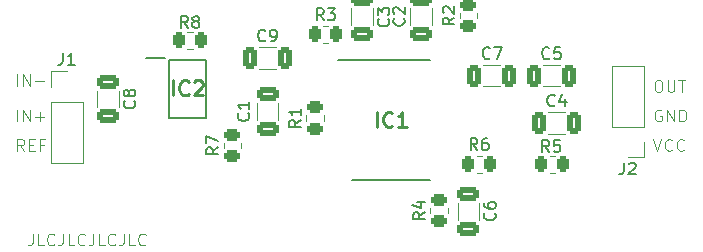
<source format=gbr>
%TF.GenerationSoftware,KiCad,Pcbnew,8.0.2*%
%TF.CreationDate,2024-07-10T18:46:51-04:00*%
%TF.ProjectId,EMGs,454d4773-2e6b-4696-9361-645f70636258,rev?*%
%TF.SameCoordinates,Original*%
%TF.FileFunction,Legend,Top*%
%TF.FilePolarity,Positive*%
%FSLAX46Y46*%
G04 Gerber Fmt 4.6, Leading zero omitted, Abs format (unit mm)*
G04 Created by KiCad (PCBNEW 8.0.2) date 2024-07-10 18:46:51*
%MOMM*%
%LPD*%
G01*
G04 APERTURE LIST*
G04 Aperture macros list*
%AMRoundRect*
0 Rectangle with rounded corners*
0 $1 Rounding radius*
0 $2 $3 $4 $5 $6 $7 $8 $9 X,Y pos of 4 corners*
0 Add a 4 corners polygon primitive as box body*
4,1,4,$2,$3,$4,$5,$6,$7,$8,$9,$2,$3,0*
0 Add four circle primitives for the rounded corners*
1,1,$1+$1,$2,$3*
1,1,$1+$1,$4,$5*
1,1,$1+$1,$6,$7*
1,1,$1+$1,$8,$9*
0 Add four rect primitives between the rounded corners*
20,1,$1+$1,$2,$3,$4,$5,0*
20,1,$1+$1,$4,$5,$6,$7,0*
20,1,$1+$1,$6,$7,$8,$9,0*
20,1,$1+$1,$8,$9,$2,$3,0*%
G04 Aperture macros list end*
%ADD10C,0.100000*%
%ADD11C,0.254000*%
%ADD12C,0.150000*%
%ADD13C,0.200000*%
%ADD14C,0.120000*%
%ADD15R,1.130000X1.130000*%
%ADD16C,1.130000*%
%ADD17RoundRect,0.250000X-0.325000X-0.650000X0.325000X-0.650000X0.325000X0.650000X-0.325000X0.650000X0*%
%ADD18RoundRect,0.250000X-0.650000X0.325000X-0.650000X-0.325000X0.650000X-0.325000X0.650000X0.325000X0*%
%ADD19RoundRect,0.250000X0.450000X-0.262500X0.450000X0.262500X-0.450000X0.262500X-0.450000X-0.262500X0*%
%ADD20RoundRect,0.250000X0.650000X-0.325000X0.650000X0.325000X-0.650000X0.325000X-0.650000X-0.325000X0*%
%ADD21RoundRect,0.250000X0.262500X0.450000X-0.262500X0.450000X-0.262500X-0.450000X0.262500X-0.450000X0*%
%ADD22R,1.700000X1.700000*%
%ADD23O,1.700000X1.700000*%
%ADD24RoundRect,0.250000X-0.262500X-0.450000X0.262500X-0.450000X0.262500X0.450000X-0.262500X0.450000X0*%
%ADD25R,1.528000X0.650000*%
G04 APERTURE END LIST*
D10*
X177661027Y-96872419D02*
X177994360Y-97872419D01*
X177994360Y-97872419D02*
X178327693Y-96872419D01*
X179232455Y-97777180D02*
X179184836Y-97824800D01*
X179184836Y-97824800D02*
X179041979Y-97872419D01*
X179041979Y-97872419D02*
X178946741Y-97872419D01*
X178946741Y-97872419D02*
X178803884Y-97824800D01*
X178803884Y-97824800D02*
X178708646Y-97729561D01*
X178708646Y-97729561D02*
X178661027Y-97634323D01*
X178661027Y-97634323D02*
X178613408Y-97443847D01*
X178613408Y-97443847D02*
X178613408Y-97300990D01*
X178613408Y-97300990D02*
X178661027Y-97110514D01*
X178661027Y-97110514D02*
X178708646Y-97015276D01*
X178708646Y-97015276D02*
X178803884Y-96920038D01*
X178803884Y-96920038D02*
X178946741Y-96872419D01*
X178946741Y-96872419D02*
X179041979Y-96872419D01*
X179041979Y-96872419D02*
X179184836Y-96920038D01*
X179184836Y-96920038D02*
X179232455Y-96967657D01*
X180232455Y-97777180D02*
X180184836Y-97824800D01*
X180184836Y-97824800D02*
X180041979Y-97872419D01*
X180041979Y-97872419D02*
X179946741Y-97872419D01*
X179946741Y-97872419D02*
X179803884Y-97824800D01*
X179803884Y-97824800D02*
X179708646Y-97729561D01*
X179708646Y-97729561D02*
X179661027Y-97634323D01*
X179661027Y-97634323D02*
X179613408Y-97443847D01*
X179613408Y-97443847D02*
X179613408Y-97300990D01*
X179613408Y-97300990D02*
X179661027Y-97110514D01*
X179661027Y-97110514D02*
X179708646Y-97015276D01*
X179708646Y-97015276D02*
X179803884Y-96920038D01*
X179803884Y-96920038D02*
X179946741Y-96872419D01*
X179946741Y-96872419D02*
X180041979Y-96872419D01*
X180041979Y-96872419D02*
X180184836Y-96920038D01*
X180184836Y-96920038D02*
X180232455Y-96967657D01*
X177994360Y-91872419D02*
X178184836Y-91872419D01*
X178184836Y-91872419D02*
X178280074Y-91920038D01*
X178280074Y-91920038D02*
X178375312Y-92015276D01*
X178375312Y-92015276D02*
X178422931Y-92205752D01*
X178422931Y-92205752D02*
X178422931Y-92539085D01*
X178422931Y-92539085D02*
X178375312Y-92729561D01*
X178375312Y-92729561D02*
X178280074Y-92824800D01*
X178280074Y-92824800D02*
X178184836Y-92872419D01*
X178184836Y-92872419D02*
X177994360Y-92872419D01*
X177994360Y-92872419D02*
X177899122Y-92824800D01*
X177899122Y-92824800D02*
X177803884Y-92729561D01*
X177803884Y-92729561D02*
X177756265Y-92539085D01*
X177756265Y-92539085D02*
X177756265Y-92205752D01*
X177756265Y-92205752D02*
X177803884Y-92015276D01*
X177803884Y-92015276D02*
X177899122Y-91920038D01*
X177899122Y-91920038D02*
X177994360Y-91872419D01*
X178851503Y-91872419D02*
X178851503Y-92681942D01*
X178851503Y-92681942D02*
X178899122Y-92777180D01*
X178899122Y-92777180D02*
X178946741Y-92824800D01*
X178946741Y-92824800D02*
X179041979Y-92872419D01*
X179041979Y-92872419D02*
X179232455Y-92872419D01*
X179232455Y-92872419D02*
X179327693Y-92824800D01*
X179327693Y-92824800D02*
X179375312Y-92777180D01*
X179375312Y-92777180D02*
X179422931Y-92681942D01*
X179422931Y-92681942D02*
X179422931Y-91872419D01*
X179756265Y-91872419D02*
X180327693Y-91872419D01*
X180041979Y-92872419D02*
X180041979Y-91872419D01*
X125089598Y-104872419D02*
X125089598Y-105586704D01*
X125089598Y-105586704D02*
X125041979Y-105729561D01*
X125041979Y-105729561D02*
X124946741Y-105824800D01*
X124946741Y-105824800D02*
X124803884Y-105872419D01*
X124803884Y-105872419D02*
X124708646Y-105872419D01*
X126041979Y-105872419D02*
X125565789Y-105872419D01*
X125565789Y-105872419D02*
X125565789Y-104872419D01*
X126946741Y-105777180D02*
X126899122Y-105824800D01*
X126899122Y-105824800D02*
X126756265Y-105872419D01*
X126756265Y-105872419D02*
X126661027Y-105872419D01*
X126661027Y-105872419D02*
X126518170Y-105824800D01*
X126518170Y-105824800D02*
X126422932Y-105729561D01*
X126422932Y-105729561D02*
X126375313Y-105634323D01*
X126375313Y-105634323D02*
X126327694Y-105443847D01*
X126327694Y-105443847D02*
X126327694Y-105300990D01*
X126327694Y-105300990D02*
X126375313Y-105110514D01*
X126375313Y-105110514D02*
X126422932Y-105015276D01*
X126422932Y-105015276D02*
X126518170Y-104920038D01*
X126518170Y-104920038D02*
X126661027Y-104872419D01*
X126661027Y-104872419D02*
X126756265Y-104872419D01*
X126756265Y-104872419D02*
X126899122Y-104920038D01*
X126899122Y-104920038D02*
X126946741Y-104967657D01*
X127661027Y-104872419D02*
X127661027Y-105586704D01*
X127661027Y-105586704D02*
X127613408Y-105729561D01*
X127613408Y-105729561D02*
X127518170Y-105824800D01*
X127518170Y-105824800D02*
X127375313Y-105872419D01*
X127375313Y-105872419D02*
X127280075Y-105872419D01*
X128613408Y-105872419D02*
X128137218Y-105872419D01*
X128137218Y-105872419D02*
X128137218Y-104872419D01*
X129518170Y-105777180D02*
X129470551Y-105824800D01*
X129470551Y-105824800D02*
X129327694Y-105872419D01*
X129327694Y-105872419D02*
X129232456Y-105872419D01*
X129232456Y-105872419D02*
X129089599Y-105824800D01*
X129089599Y-105824800D02*
X128994361Y-105729561D01*
X128994361Y-105729561D02*
X128946742Y-105634323D01*
X128946742Y-105634323D02*
X128899123Y-105443847D01*
X128899123Y-105443847D02*
X128899123Y-105300990D01*
X128899123Y-105300990D02*
X128946742Y-105110514D01*
X128946742Y-105110514D02*
X128994361Y-105015276D01*
X128994361Y-105015276D02*
X129089599Y-104920038D01*
X129089599Y-104920038D02*
X129232456Y-104872419D01*
X129232456Y-104872419D02*
X129327694Y-104872419D01*
X129327694Y-104872419D02*
X129470551Y-104920038D01*
X129470551Y-104920038D02*
X129518170Y-104967657D01*
X130232456Y-104872419D02*
X130232456Y-105586704D01*
X130232456Y-105586704D02*
X130184837Y-105729561D01*
X130184837Y-105729561D02*
X130089599Y-105824800D01*
X130089599Y-105824800D02*
X129946742Y-105872419D01*
X129946742Y-105872419D02*
X129851504Y-105872419D01*
X131184837Y-105872419D02*
X130708647Y-105872419D01*
X130708647Y-105872419D02*
X130708647Y-104872419D01*
X132089599Y-105777180D02*
X132041980Y-105824800D01*
X132041980Y-105824800D02*
X131899123Y-105872419D01*
X131899123Y-105872419D02*
X131803885Y-105872419D01*
X131803885Y-105872419D02*
X131661028Y-105824800D01*
X131661028Y-105824800D02*
X131565790Y-105729561D01*
X131565790Y-105729561D02*
X131518171Y-105634323D01*
X131518171Y-105634323D02*
X131470552Y-105443847D01*
X131470552Y-105443847D02*
X131470552Y-105300990D01*
X131470552Y-105300990D02*
X131518171Y-105110514D01*
X131518171Y-105110514D02*
X131565790Y-105015276D01*
X131565790Y-105015276D02*
X131661028Y-104920038D01*
X131661028Y-104920038D02*
X131803885Y-104872419D01*
X131803885Y-104872419D02*
X131899123Y-104872419D01*
X131899123Y-104872419D02*
X132041980Y-104920038D01*
X132041980Y-104920038D02*
X132089599Y-104967657D01*
X132803885Y-104872419D02*
X132803885Y-105586704D01*
X132803885Y-105586704D02*
X132756266Y-105729561D01*
X132756266Y-105729561D02*
X132661028Y-105824800D01*
X132661028Y-105824800D02*
X132518171Y-105872419D01*
X132518171Y-105872419D02*
X132422933Y-105872419D01*
X133756266Y-105872419D02*
X133280076Y-105872419D01*
X133280076Y-105872419D02*
X133280076Y-104872419D01*
X134661028Y-105777180D02*
X134613409Y-105824800D01*
X134613409Y-105824800D02*
X134470552Y-105872419D01*
X134470552Y-105872419D02*
X134375314Y-105872419D01*
X134375314Y-105872419D02*
X134232457Y-105824800D01*
X134232457Y-105824800D02*
X134137219Y-105729561D01*
X134137219Y-105729561D02*
X134089600Y-105634323D01*
X134089600Y-105634323D02*
X134041981Y-105443847D01*
X134041981Y-105443847D02*
X134041981Y-105300990D01*
X134041981Y-105300990D02*
X134089600Y-105110514D01*
X134089600Y-105110514D02*
X134137219Y-105015276D01*
X134137219Y-105015276D02*
X134232457Y-104920038D01*
X134232457Y-104920038D02*
X134375314Y-104872419D01*
X134375314Y-104872419D02*
X134470552Y-104872419D01*
X134470552Y-104872419D02*
X134613409Y-104920038D01*
X134613409Y-104920038D02*
X134661028Y-104967657D01*
X123803884Y-92372419D02*
X123803884Y-91372419D01*
X124280074Y-92372419D02*
X124280074Y-91372419D01*
X124280074Y-91372419D02*
X124851502Y-92372419D01*
X124851502Y-92372419D02*
X124851502Y-91372419D01*
X125327693Y-91991466D02*
X126089598Y-91991466D01*
X123803884Y-95372419D02*
X123803884Y-94372419D01*
X124280074Y-95372419D02*
X124280074Y-94372419D01*
X124280074Y-94372419D02*
X124851502Y-95372419D01*
X124851502Y-95372419D02*
X124851502Y-94372419D01*
X125327693Y-94991466D02*
X126089598Y-94991466D01*
X125708645Y-95372419D02*
X125708645Y-94610514D01*
X124375312Y-97872419D02*
X124041979Y-97396228D01*
X123803884Y-97872419D02*
X123803884Y-96872419D01*
X123803884Y-96872419D02*
X124184836Y-96872419D01*
X124184836Y-96872419D02*
X124280074Y-96920038D01*
X124280074Y-96920038D02*
X124327693Y-96967657D01*
X124327693Y-96967657D02*
X124375312Y-97062895D01*
X124375312Y-97062895D02*
X124375312Y-97205752D01*
X124375312Y-97205752D02*
X124327693Y-97300990D01*
X124327693Y-97300990D02*
X124280074Y-97348609D01*
X124280074Y-97348609D02*
X124184836Y-97396228D01*
X124184836Y-97396228D02*
X123803884Y-97396228D01*
X124803884Y-97348609D02*
X125137217Y-97348609D01*
X125280074Y-97872419D02*
X124803884Y-97872419D01*
X124803884Y-97872419D02*
X124803884Y-96872419D01*
X124803884Y-96872419D02*
X125280074Y-96872419D01*
X126041979Y-97348609D02*
X125708646Y-97348609D01*
X125708646Y-97872419D02*
X125708646Y-96872419D01*
X125708646Y-96872419D02*
X126184836Y-96872419D01*
X178327693Y-94420038D02*
X178232455Y-94372419D01*
X178232455Y-94372419D02*
X178089598Y-94372419D01*
X178089598Y-94372419D02*
X177946741Y-94420038D01*
X177946741Y-94420038D02*
X177851503Y-94515276D01*
X177851503Y-94515276D02*
X177803884Y-94610514D01*
X177803884Y-94610514D02*
X177756265Y-94800990D01*
X177756265Y-94800990D02*
X177756265Y-94943847D01*
X177756265Y-94943847D02*
X177803884Y-95134323D01*
X177803884Y-95134323D02*
X177851503Y-95229561D01*
X177851503Y-95229561D02*
X177946741Y-95324800D01*
X177946741Y-95324800D02*
X178089598Y-95372419D01*
X178089598Y-95372419D02*
X178184836Y-95372419D01*
X178184836Y-95372419D02*
X178327693Y-95324800D01*
X178327693Y-95324800D02*
X178375312Y-95277180D01*
X178375312Y-95277180D02*
X178375312Y-94943847D01*
X178375312Y-94943847D02*
X178184836Y-94943847D01*
X178803884Y-95372419D02*
X178803884Y-94372419D01*
X178803884Y-94372419D02*
X179375312Y-95372419D01*
X179375312Y-95372419D02*
X179375312Y-94372419D01*
X179851503Y-95372419D02*
X179851503Y-94372419D01*
X179851503Y-94372419D02*
X180089598Y-94372419D01*
X180089598Y-94372419D02*
X180232455Y-94420038D01*
X180232455Y-94420038D02*
X180327693Y-94515276D01*
X180327693Y-94515276D02*
X180375312Y-94610514D01*
X180375312Y-94610514D02*
X180422931Y-94800990D01*
X180422931Y-94800990D02*
X180422931Y-94943847D01*
X180422931Y-94943847D02*
X180375312Y-95134323D01*
X180375312Y-95134323D02*
X180327693Y-95229561D01*
X180327693Y-95229561D02*
X180232455Y-95324800D01*
X180232455Y-95324800D02*
X180089598Y-95372419D01*
X180089598Y-95372419D02*
X179851503Y-95372419D01*
D11*
X154230237Y-95844318D02*
X154230237Y-94574318D01*
X155560714Y-95723365D02*
X155500238Y-95783842D01*
X155500238Y-95783842D02*
X155318809Y-95844318D01*
X155318809Y-95844318D02*
X155197857Y-95844318D01*
X155197857Y-95844318D02*
X155016428Y-95783842D01*
X155016428Y-95783842D02*
X154895476Y-95662889D01*
X154895476Y-95662889D02*
X154834999Y-95541937D01*
X154834999Y-95541937D02*
X154774523Y-95300032D01*
X154774523Y-95300032D02*
X154774523Y-95118603D01*
X154774523Y-95118603D02*
X154834999Y-94876699D01*
X154834999Y-94876699D02*
X154895476Y-94755746D01*
X154895476Y-94755746D02*
X155016428Y-94634794D01*
X155016428Y-94634794D02*
X155197857Y-94574318D01*
X155197857Y-94574318D02*
X155318809Y-94574318D01*
X155318809Y-94574318D02*
X155500238Y-94634794D01*
X155500238Y-94634794D02*
X155560714Y-94695270D01*
X156770238Y-95844318D02*
X156044523Y-95844318D01*
X156407380Y-95844318D02*
X156407380Y-94574318D01*
X156407380Y-94574318D02*
X156286428Y-94755746D01*
X156286428Y-94755746D02*
X156165476Y-94876699D01*
X156165476Y-94876699D02*
X156044523Y-94937175D01*
D12*
X168858333Y-90009580D02*
X168810714Y-90057200D01*
X168810714Y-90057200D02*
X168667857Y-90104819D01*
X168667857Y-90104819D02*
X168572619Y-90104819D01*
X168572619Y-90104819D02*
X168429762Y-90057200D01*
X168429762Y-90057200D02*
X168334524Y-89961961D01*
X168334524Y-89961961D02*
X168286905Y-89866723D01*
X168286905Y-89866723D02*
X168239286Y-89676247D01*
X168239286Y-89676247D02*
X168239286Y-89533390D01*
X168239286Y-89533390D02*
X168286905Y-89342914D01*
X168286905Y-89342914D02*
X168334524Y-89247676D01*
X168334524Y-89247676D02*
X168429762Y-89152438D01*
X168429762Y-89152438D02*
X168572619Y-89104819D01*
X168572619Y-89104819D02*
X168667857Y-89104819D01*
X168667857Y-89104819D02*
X168810714Y-89152438D01*
X168810714Y-89152438D02*
X168858333Y-89200057D01*
X169763095Y-89104819D02*
X169286905Y-89104819D01*
X169286905Y-89104819D02*
X169239286Y-89581009D01*
X169239286Y-89581009D02*
X169286905Y-89533390D01*
X169286905Y-89533390D02*
X169382143Y-89485771D01*
X169382143Y-89485771D02*
X169620238Y-89485771D01*
X169620238Y-89485771D02*
X169715476Y-89533390D01*
X169715476Y-89533390D02*
X169763095Y-89581009D01*
X169763095Y-89581009D02*
X169810714Y-89676247D01*
X169810714Y-89676247D02*
X169810714Y-89914342D01*
X169810714Y-89914342D02*
X169763095Y-90009580D01*
X169763095Y-90009580D02*
X169715476Y-90057200D01*
X169715476Y-90057200D02*
X169620238Y-90104819D01*
X169620238Y-90104819D02*
X169382143Y-90104819D01*
X169382143Y-90104819D02*
X169286905Y-90057200D01*
X169286905Y-90057200D02*
X169239286Y-90009580D01*
X163808333Y-90009580D02*
X163760714Y-90057200D01*
X163760714Y-90057200D02*
X163617857Y-90104819D01*
X163617857Y-90104819D02*
X163522619Y-90104819D01*
X163522619Y-90104819D02*
X163379762Y-90057200D01*
X163379762Y-90057200D02*
X163284524Y-89961961D01*
X163284524Y-89961961D02*
X163236905Y-89866723D01*
X163236905Y-89866723D02*
X163189286Y-89676247D01*
X163189286Y-89676247D02*
X163189286Y-89533390D01*
X163189286Y-89533390D02*
X163236905Y-89342914D01*
X163236905Y-89342914D02*
X163284524Y-89247676D01*
X163284524Y-89247676D02*
X163379762Y-89152438D01*
X163379762Y-89152438D02*
X163522619Y-89104819D01*
X163522619Y-89104819D02*
X163617857Y-89104819D01*
X163617857Y-89104819D02*
X163760714Y-89152438D01*
X163760714Y-89152438D02*
X163808333Y-89200057D01*
X164141667Y-89104819D02*
X164808333Y-89104819D01*
X164808333Y-89104819D02*
X164379762Y-90104819D01*
X169308333Y-94009580D02*
X169260714Y-94057200D01*
X169260714Y-94057200D02*
X169117857Y-94104819D01*
X169117857Y-94104819D02*
X169022619Y-94104819D01*
X169022619Y-94104819D02*
X168879762Y-94057200D01*
X168879762Y-94057200D02*
X168784524Y-93961961D01*
X168784524Y-93961961D02*
X168736905Y-93866723D01*
X168736905Y-93866723D02*
X168689286Y-93676247D01*
X168689286Y-93676247D02*
X168689286Y-93533390D01*
X168689286Y-93533390D02*
X168736905Y-93342914D01*
X168736905Y-93342914D02*
X168784524Y-93247676D01*
X168784524Y-93247676D02*
X168879762Y-93152438D01*
X168879762Y-93152438D02*
X169022619Y-93104819D01*
X169022619Y-93104819D02*
X169117857Y-93104819D01*
X169117857Y-93104819D02*
X169260714Y-93152438D01*
X169260714Y-93152438D02*
X169308333Y-93200057D01*
X170165476Y-93438152D02*
X170165476Y-94104819D01*
X169927381Y-93057200D02*
X169689286Y-93771485D01*
X169689286Y-93771485D02*
X170308333Y-93771485D01*
X155209580Y-86691666D02*
X155257200Y-86739285D01*
X155257200Y-86739285D02*
X155304819Y-86882142D01*
X155304819Y-86882142D02*
X155304819Y-86977380D01*
X155304819Y-86977380D02*
X155257200Y-87120237D01*
X155257200Y-87120237D02*
X155161961Y-87215475D01*
X155161961Y-87215475D02*
X155066723Y-87263094D01*
X155066723Y-87263094D02*
X154876247Y-87310713D01*
X154876247Y-87310713D02*
X154733390Y-87310713D01*
X154733390Y-87310713D02*
X154542914Y-87263094D01*
X154542914Y-87263094D02*
X154447676Y-87215475D01*
X154447676Y-87215475D02*
X154352438Y-87120237D01*
X154352438Y-87120237D02*
X154304819Y-86977380D01*
X154304819Y-86977380D02*
X154304819Y-86882142D01*
X154304819Y-86882142D02*
X154352438Y-86739285D01*
X154352438Y-86739285D02*
X154400057Y-86691666D01*
X154304819Y-86358332D02*
X154304819Y-85739285D01*
X154304819Y-85739285D02*
X154685771Y-86072618D01*
X154685771Y-86072618D02*
X154685771Y-85929761D01*
X154685771Y-85929761D02*
X154733390Y-85834523D01*
X154733390Y-85834523D02*
X154781009Y-85786904D01*
X154781009Y-85786904D02*
X154876247Y-85739285D01*
X154876247Y-85739285D02*
X155114342Y-85739285D01*
X155114342Y-85739285D02*
X155209580Y-85786904D01*
X155209580Y-85786904D02*
X155257200Y-85834523D01*
X155257200Y-85834523D02*
X155304819Y-85929761D01*
X155304819Y-85929761D02*
X155304819Y-86215475D01*
X155304819Y-86215475D02*
X155257200Y-86310713D01*
X155257200Y-86310713D02*
X155209580Y-86358332D01*
X158304819Y-103079166D02*
X157828628Y-103412499D01*
X158304819Y-103650594D02*
X157304819Y-103650594D01*
X157304819Y-103650594D02*
X157304819Y-103269642D01*
X157304819Y-103269642D02*
X157352438Y-103174404D01*
X157352438Y-103174404D02*
X157400057Y-103126785D01*
X157400057Y-103126785D02*
X157495295Y-103079166D01*
X157495295Y-103079166D02*
X157638152Y-103079166D01*
X157638152Y-103079166D02*
X157733390Y-103126785D01*
X157733390Y-103126785D02*
X157781009Y-103174404D01*
X157781009Y-103174404D02*
X157828628Y-103269642D01*
X157828628Y-103269642D02*
X157828628Y-103650594D01*
X157638152Y-102222023D02*
X158304819Y-102222023D01*
X157257200Y-102460118D02*
X157971485Y-102698213D01*
X157971485Y-102698213D02*
X157971485Y-102079166D01*
X156509580Y-86641666D02*
X156557200Y-86689285D01*
X156557200Y-86689285D02*
X156604819Y-86832142D01*
X156604819Y-86832142D02*
X156604819Y-86927380D01*
X156604819Y-86927380D02*
X156557200Y-87070237D01*
X156557200Y-87070237D02*
X156461961Y-87165475D01*
X156461961Y-87165475D02*
X156366723Y-87213094D01*
X156366723Y-87213094D02*
X156176247Y-87260713D01*
X156176247Y-87260713D02*
X156033390Y-87260713D01*
X156033390Y-87260713D02*
X155842914Y-87213094D01*
X155842914Y-87213094D02*
X155747676Y-87165475D01*
X155747676Y-87165475D02*
X155652438Y-87070237D01*
X155652438Y-87070237D02*
X155604819Y-86927380D01*
X155604819Y-86927380D02*
X155604819Y-86832142D01*
X155604819Y-86832142D02*
X155652438Y-86689285D01*
X155652438Y-86689285D02*
X155700057Y-86641666D01*
X155700057Y-86260713D02*
X155652438Y-86213094D01*
X155652438Y-86213094D02*
X155604819Y-86117856D01*
X155604819Y-86117856D02*
X155604819Y-85879761D01*
X155604819Y-85879761D02*
X155652438Y-85784523D01*
X155652438Y-85784523D02*
X155700057Y-85736904D01*
X155700057Y-85736904D02*
X155795295Y-85689285D01*
X155795295Y-85689285D02*
X155890533Y-85689285D01*
X155890533Y-85689285D02*
X156033390Y-85736904D01*
X156033390Y-85736904D02*
X156604819Y-86308332D01*
X156604819Y-86308332D02*
X156604819Y-85689285D01*
X160804819Y-86579166D02*
X160328628Y-86912499D01*
X160804819Y-87150594D02*
X159804819Y-87150594D01*
X159804819Y-87150594D02*
X159804819Y-86769642D01*
X159804819Y-86769642D02*
X159852438Y-86674404D01*
X159852438Y-86674404D02*
X159900057Y-86626785D01*
X159900057Y-86626785D02*
X159995295Y-86579166D01*
X159995295Y-86579166D02*
X160138152Y-86579166D01*
X160138152Y-86579166D02*
X160233390Y-86626785D01*
X160233390Y-86626785D02*
X160281009Y-86674404D01*
X160281009Y-86674404D02*
X160328628Y-86769642D01*
X160328628Y-86769642D02*
X160328628Y-87150594D01*
X159900057Y-86198213D02*
X159852438Y-86150594D01*
X159852438Y-86150594D02*
X159804819Y-86055356D01*
X159804819Y-86055356D02*
X159804819Y-85817261D01*
X159804819Y-85817261D02*
X159852438Y-85722023D01*
X159852438Y-85722023D02*
X159900057Y-85674404D01*
X159900057Y-85674404D02*
X159995295Y-85626785D01*
X159995295Y-85626785D02*
X160090533Y-85626785D01*
X160090533Y-85626785D02*
X160233390Y-85674404D01*
X160233390Y-85674404D02*
X160804819Y-86245832D01*
X160804819Y-86245832D02*
X160804819Y-85626785D01*
X138245833Y-87454819D02*
X137912500Y-86978628D01*
X137674405Y-87454819D02*
X137674405Y-86454819D01*
X137674405Y-86454819D02*
X138055357Y-86454819D01*
X138055357Y-86454819D02*
X138150595Y-86502438D01*
X138150595Y-86502438D02*
X138198214Y-86550057D01*
X138198214Y-86550057D02*
X138245833Y-86645295D01*
X138245833Y-86645295D02*
X138245833Y-86788152D01*
X138245833Y-86788152D02*
X138198214Y-86883390D01*
X138198214Y-86883390D02*
X138150595Y-86931009D01*
X138150595Y-86931009D02*
X138055357Y-86978628D01*
X138055357Y-86978628D02*
X137674405Y-86978628D01*
X138817262Y-86883390D02*
X138722024Y-86835771D01*
X138722024Y-86835771D02*
X138674405Y-86788152D01*
X138674405Y-86788152D02*
X138626786Y-86692914D01*
X138626786Y-86692914D02*
X138626786Y-86645295D01*
X138626786Y-86645295D02*
X138674405Y-86550057D01*
X138674405Y-86550057D02*
X138722024Y-86502438D01*
X138722024Y-86502438D02*
X138817262Y-86454819D01*
X138817262Y-86454819D02*
X139007738Y-86454819D01*
X139007738Y-86454819D02*
X139102976Y-86502438D01*
X139102976Y-86502438D02*
X139150595Y-86550057D01*
X139150595Y-86550057D02*
X139198214Y-86645295D01*
X139198214Y-86645295D02*
X139198214Y-86692914D01*
X139198214Y-86692914D02*
X139150595Y-86788152D01*
X139150595Y-86788152D02*
X139102976Y-86835771D01*
X139102976Y-86835771D02*
X139007738Y-86883390D01*
X139007738Y-86883390D02*
X138817262Y-86883390D01*
X138817262Y-86883390D02*
X138722024Y-86931009D01*
X138722024Y-86931009D02*
X138674405Y-86978628D01*
X138674405Y-86978628D02*
X138626786Y-87073866D01*
X138626786Y-87073866D02*
X138626786Y-87264342D01*
X138626786Y-87264342D02*
X138674405Y-87359580D01*
X138674405Y-87359580D02*
X138722024Y-87407200D01*
X138722024Y-87407200D02*
X138817262Y-87454819D01*
X138817262Y-87454819D02*
X139007738Y-87454819D01*
X139007738Y-87454819D02*
X139102976Y-87407200D01*
X139102976Y-87407200D02*
X139150595Y-87359580D01*
X139150595Y-87359580D02*
X139198214Y-87264342D01*
X139198214Y-87264342D02*
X139198214Y-87073866D01*
X139198214Y-87073866D02*
X139150595Y-86978628D01*
X139150595Y-86978628D02*
X139102976Y-86931009D01*
X139102976Y-86931009D02*
X139007738Y-86883390D01*
X175166666Y-98864819D02*
X175166666Y-99579104D01*
X175166666Y-99579104D02*
X175119047Y-99721961D01*
X175119047Y-99721961D02*
X175023809Y-99817200D01*
X175023809Y-99817200D02*
X174880952Y-99864819D01*
X174880952Y-99864819D02*
X174785714Y-99864819D01*
X175595238Y-98960057D02*
X175642857Y-98912438D01*
X175642857Y-98912438D02*
X175738095Y-98864819D01*
X175738095Y-98864819D02*
X175976190Y-98864819D01*
X175976190Y-98864819D02*
X176071428Y-98912438D01*
X176071428Y-98912438D02*
X176119047Y-98960057D01*
X176119047Y-98960057D02*
X176166666Y-99055295D01*
X176166666Y-99055295D02*
X176166666Y-99150533D01*
X176166666Y-99150533D02*
X176119047Y-99293390D01*
X176119047Y-99293390D02*
X175547619Y-99864819D01*
X175547619Y-99864819D02*
X176166666Y-99864819D01*
X147804819Y-95254166D02*
X147328628Y-95587499D01*
X147804819Y-95825594D02*
X146804819Y-95825594D01*
X146804819Y-95825594D02*
X146804819Y-95444642D01*
X146804819Y-95444642D02*
X146852438Y-95349404D01*
X146852438Y-95349404D02*
X146900057Y-95301785D01*
X146900057Y-95301785D02*
X146995295Y-95254166D01*
X146995295Y-95254166D02*
X147138152Y-95254166D01*
X147138152Y-95254166D02*
X147233390Y-95301785D01*
X147233390Y-95301785D02*
X147281009Y-95349404D01*
X147281009Y-95349404D02*
X147328628Y-95444642D01*
X147328628Y-95444642D02*
X147328628Y-95825594D01*
X147804819Y-94301785D02*
X147804819Y-94873213D01*
X147804819Y-94587499D02*
X146804819Y-94587499D01*
X146804819Y-94587499D02*
X146947676Y-94682737D01*
X146947676Y-94682737D02*
X147042914Y-94777975D01*
X147042914Y-94777975D02*
X147090533Y-94873213D01*
X143359580Y-94691666D02*
X143407200Y-94739285D01*
X143407200Y-94739285D02*
X143454819Y-94882142D01*
X143454819Y-94882142D02*
X143454819Y-94977380D01*
X143454819Y-94977380D02*
X143407200Y-95120237D01*
X143407200Y-95120237D02*
X143311961Y-95215475D01*
X143311961Y-95215475D02*
X143216723Y-95263094D01*
X143216723Y-95263094D02*
X143026247Y-95310713D01*
X143026247Y-95310713D02*
X142883390Y-95310713D01*
X142883390Y-95310713D02*
X142692914Y-95263094D01*
X142692914Y-95263094D02*
X142597676Y-95215475D01*
X142597676Y-95215475D02*
X142502438Y-95120237D01*
X142502438Y-95120237D02*
X142454819Y-94977380D01*
X142454819Y-94977380D02*
X142454819Y-94882142D01*
X142454819Y-94882142D02*
X142502438Y-94739285D01*
X142502438Y-94739285D02*
X142550057Y-94691666D01*
X143454819Y-93739285D02*
X143454819Y-94310713D01*
X143454819Y-94024999D02*
X142454819Y-94024999D01*
X142454819Y-94024999D02*
X142597676Y-94120237D01*
X142597676Y-94120237D02*
X142692914Y-94215475D01*
X142692914Y-94215475D02*
X142740533Y-94310713D01*
X162745833Y-97804819D02*
X162412500Y-97328628D01*
X162174405Y-97804819D02*
X162174405Y-96804819D01*
X162174405Y-96804819D02*
X162555357Y-96804819D01*
X162555357Y-96804819D02*
X162650595Y-96852438D01*
X162650595Y-96852438D02*
X162698214Y-96900057D01*
X162698214Y-96900057D02*
X162745833Y-96995295D01*
X162745833Y-96995295D02*
X162745833Y-97138152D01*
X162745833Y-97138152D02*
X162698214Y-97233390D01*
X162698214Y-97233390D02*
X162650595Y-97281009D01*
X162650595Y-97281009D02*
X162555357Y-97328628D01*
X162555357Y-97328628D02*
X162174405Y-97328628D01*
X163602976Y-96804819D02*
X163412500Y-96804819D01*
X163412500Y-96804819D02*
X163317262Y-96852438D01*
X163317262Y-96852438D02*
X163269643Y-96900057D01*
X163269643Y-96900057D02*
X163174405Y-97042914D01*
X163174405Y-97042914D02*
X163126786Y-97233390D01*
X163126786Y-97233390D02*
X163126786Y-97614342D01*
X163126786Y-97614342D02*
X163174405Y-97709580D01*
X163174405Y-97709580D02*
X163222024Y-97757200D01*
X163222024Y-97757200D02*
X163317262Y-97804819D01*
X163317262Y-97804819D02*
X163507738Y-97804819D01*
X163507738Y-97804819D02*
X163602976Y-97757200D01*
X163602976Y-97757200D02*
X163650595Y-97709580D01*
X163650595Y-97709580D02*
X163698214Y-97614342D01*
X163698214Y-97614342D02*
X163698214Y-97376247D01*
X163698214Y-97376247D02*
X163650595Y-97281009D01*
X163650595Y-97281009D02*
X163602976Y-97233390D01*
X163602976Y-97233390D02*
X163507738Y-97185771D01*
X163507738Y-97185771D02*
X163317262Y-97185771D01*
X163317262Y-97185771D02*
X163222024Y-97233390D01*
X163222024Y-97233390D02*
X163174405Y-97281009D01*
X163174405Y-97281009D02*
X163126786Y-97376247D01*
X144808333Y-88509580D02*
X144760714Y-88557200D01*
X144760714Y-88557200D02*
X144617857Y-88604819D01*
X144617857Y-88604819D02*
X144522619Y-88604819D01*
X144522619Y-88604819D02*
X144379762Y-88557200D01*
X144379762Y-88557200D02*
X144284524Y-88461961D01*
X144284524Y-88461961D02*
X144236905Y-88366723D01*
X144236905Y-88366723D02*
X144189286Y-88176247D01*
X144189286Y-88176247D02*
X144189286Y-88033390D01*
X144189286Y-88033390D02*
X144236905Y-87842914D01*
X144236905Y-87842914D02*
X144284524Y-87747676D01*
X144284524Y-87747676D02*
X144379762Y-87652438D01*
X144379762Y-87652438D02*
X144522619Y-87604819D01*
X144522619Y-87604819D02*
X144617857Y-87604819D01*
X144617857Y-87604819D02*
X144760714Y-87652438D01*
X144760714Y-87652438D02*
X144808333Y-87700057D01*
X145284524Y-88604819D02*
X145475000Y-88604819D01*
X145475000Y-88604819D02*
X145570238Y-88557200D01*
X145570238Y-88557200D02*
X145617857Y-88509580D01*
X145617857Y-88509580D02*
X145713095Y-88366723D01*
X145713095Y-88366723D02*
X145760714Y-88176247D01*
X145760714Y-88176247D02*
X145760714Y-87795295D01*
X145760714Y-87795295D02*
X145713095Y-87700057D01*
X145713095Y-87700057D02*
X145665476Y-87652438D01*
X145665476Y-87652438D02*
X145570238Y-87604819D01*
X145570238Y-87604819D02*
X145379762Y-87604819D01*
X145379762Y-87604819D02*
X145284524Y-87652438D01*
X145284524Y-87652438D02*
X145236905Y-87700057D01*
X145236905Y-87700057D02*
X145189286Y-87795295D01*
X145189286Y-87795295D02*
X145189286Y-88033390D01*
X145189286Y-88033390D02*
X145236905Y-88128628D01*
X145236905Y-88128628D02*
X145284524Y-88176247D01*
X145284524Y-88176247D02*
X145379762Y-88223866D01*
X145379762Y-88223866D02*
X145570238Y-88223866D01*
X145570238Y-88223866D02*
X145665476Y-88176247D01*
X145665476Y-88176247D02*
X145713095Y-88128628D01*
X145713095Y-88128628D02*
X145760714Y-88033390D01*
X140804819Y-97579166D02*
X140328628Y-97912499D01*
X140804819Y-98150594D02*
X139804819Y-98150594D01*
X139804819Y-98150594D02*
X139804819Y-97769642D01*
X139804819Y-97769642D02*
X139852438Y-97674404D01*
X139852438Y-97674404D02*
X139900057Y-97626785D01*
X139900057Y-97626785D02*
X139995295Y-97579166D01*
X139995295Y-97579166D02*
X140138152Y-97579166D01*
X140138152Y-97579166D02*
X140233390Y-97626785D01*
X140233390Y-97626785D02*
X140281009Y-97674404D01*
X140281009Y-97674404D02*
X140328628Y-97769642D01*
X140328628Y-97769642D02*
X140328628Y-98150594D01*
X139804819Y-97245832D02*
X139804819Y-96579166D01*
X139804819Y-96579166D02*
X140804819Y-97007737D01*
X133709580Y-93641666D02*
X133757200Y-93689285D01*
X133757200Y-93689285D02*
X133804819Y-93832142D01*
X133804819Y-93832142D02*
X133804819Y-93927380D01*
X133804819Y-93927380D02*
X133757200Y-94070237D01*
X133757200Y-94070237D02*
X133661961Y-94165475D01*
X133661961Y-94165475D02*
X133566723Y-94213094D01*
X133566723Y-94213094D02*
X133376247Y-94260713D01*
X133376247Y-94260713D02*
X133233390Y-94260713D01*
X133233390Y-94260713D02*
X133042914Y-94213094D01*
X133042914Y-94213094D02*
X132947676Y-94165475D01*
X132947676Y-94165475D02*
X132852438Y-94070237D01*
X132852438Y-94070237D02*
X132804819Y-93927380D01*
X132804819Y-93927380D02*
X132804819Y-93832142D01*
X132804819Y-93832142D02*
X132852438Y-93689285D01*
X132852438Y-93689285D02*
X132900057Y-93641666D01*
X133233390Y-93070237D02*
X133185771Y-93165475D01*
X133185771Y-93165475D02*
X133138152Y-93213094D01*
X133138152Y-93213094D02*
X133042914Y-93260713D01*
X133042914Y-93260713D02*
X132995295Y-93260713D01*
X132995295Y-93260713D02*
X132900057Y-93213094D01*
X132900057Y-93213094D02*
X132852438Y-93165475D01*
X132852438Y-93165475D02*
X132804819Y-93070237D01*
X132804819Y-93070237D02*
X132804819Y-92879761D01*
X132804819Y-92879761D02*
X132852438Y-92784523D01*
X132852438Y-92784523D02*
X132900057Y-92736904D01*
X132900057Y-92736904D02*
X132995295Y-92689285D01*
X132995295Y-92689285D02*
X133042914Y-92689285D01*
X133042914Y-92689285D02*
X133138152Y-92736904D01*
X133138152Y-92736904D02*
X133185771Y-92784523D01*
X133185771Y-92784523D02*
X133233390Y-92879761D01*
X133233390Y-92879761D02*
X133233390Y-93070237D01*
X133233390Y-93070237D02*
X133281009Y-93165475D01*
X133281009Y-93165475D02*
X133328628Y-93213094D01*
X133328628Y-93213094D02*
X133423866Y-93260713D01*
X133423866Y-93260713D02*
X133614342Y-93260713D01*
X133614342Y-93260713D02*
X133709580Y-93213094D01*
X133709580Y-93213094D02*
X133757200Y-93165475D01*
X133757200Y-93165475D02*
X133804819Y-93070237D01*
X133804819Y-93070237D02*
X133804819Y-92879761D01*
X133804819Y-92879761D02*
X133757200Y-92784523D01*
X133757200Y-92784523D02*
X133709580Y-92736904D01*
X133709580Y-92736904D02*
X133614342Y-92689285D01*
X133614342Y-92689285D02*
X133423866Y-92689285D01*
X133423866Y-92689285D02*
X133328628Y-92736904D01*
X133328628Y-92736904D02*
X133281009Y-92784523D01*
X133281009Y-92784523D02*
X133233390Y-92879761D01*
X168833333Y-97954819D02*
X168500000Y-97478628D01*
X168261905Y-97954819D02*
X168261905Y-96954819D01*
X168261905Y-96954819D02*
X168642857Y-96954819D01*
X168642857Y-96954819D02*
X168738095Y-97002438D01*
X168738095Y-97002438D02*
X168785714Y-97050057D01*
X168785714Y-97050057D02*
X168833333Y-97145295D01*
X168833333Y-97145295D02*
X168833333Y-97288152D01*
X168833333Y-97288152D02*
X168785714Y-97383390D01*
X168785714Y-97383390D02*
X168738095Y-97431009D01*
X168738095Y-97431009D02*
X168642857Y-97478628D01*
X168642857Y-97478628D02*
X168261905Y-97478628D01*
X169738095Y-96954819D02*
X169261905Y-96954819D01*
X169261905Y-96954819D02*
X169214286Y-97431009D01*
X169214286Y-97431009D02*
X169261905Y-97383390D01*
X169261905Y-97383390D02*
X169357143Y-97335771D01*
X169357143Y-97335771D02*
X169595238Y-97335771D01*
X169595238Y-97335771D02*
X169690476Y-97383390D01*
X169690476Y-97383390D02*
X169738095Y-97431009D01*
X169738095Y-97431009D02*
X169785714Y-97526247D01*
X169785714Y-97526247D02*
X169785714Y-97764342D01*
X169785714Y-97764342D02*
X169738095Y-97859580D01*
X169738095Y-97859580D02*
X169690476Y-97907200D01*
X169690476Y-97907200D02*
X169595238Y-97954819D01*
X169595238Y-97954819D02*
X169357143Y-97954819D01*
X169357143Y-97954819D02*
X169261905Y-97907200D01*
X169261905Y-97907200D02*
X169214286Y-97859580D01*
X149745833Y-86804819D02*
X149412500Y-86328628D01*
X149174405Y-86804819D02*
X149174405Y-85804819D01*
X149174405Y-85804819D02*
X149555357Y-85804819D01*
X149555357Y-85804819D02*
X149650595Y-85852438D01*
X149650595Y-85852438D02*
X149698214Y-85900057D01*
X149698214Y-85900057D02*
X149745833Y-85995295D01*
X149745833Y-85995295D02*
X149745833Y-86138152D01*
X149745833Y-86138152D02*
X149698214Y-86233390D01*
X149698214Y-86233390D02*
X149650595Y-86281009D01*
X149650595Y-86281009D02*
X149555357Y-86328628D01*
X149555357Y-86328628D02*
X149174405Y-86328628D01*
X150079167Y-85804819D02*
X150698214Y-85804819D01*
X150698214Y-85804819D02*
X150364881Y-86185771D01*
X150364881Y-86185771D02*
X150507738Y-86185771D01*
X150507738Y-86185771D02*
X150602976Y-86233390D01*
X150602976Y-86233390D02*
X150650595Y-86281009D01*
X150650595Y-86281009D02*
X150698214Y-86376247D01*
X150698214Y-86376247D02*
X150698214Y-86614342D01*
X150698214Y-86614342D02*
X150650595Y-86709580D01*
X150650595Y-86709580D02*
X150602976Y-86757200D01*
X150602976Y-86757200D02*
X150507738Y-86804819D01*
X150507738Y-86804819D02*
X150222024Y-86804819D01*
X150222024Y-86804819D02*
X150126786Y-86757200D01*
X150126786Y-86757200D02*
X150079167Y-86709580D01*
X164209580Y-103141666D02*
X164257200Y-103189285D01*
X164257200Y-103189285D02*
X164304819Y-103332142D01*
X164304819Y-103332142D02*
X164304819Y-103427380D01*
X164304819Y-103427380D02*
X164257200Y-103570237D01*
X164257200Y-103570237D02*
X164161961Y-103665475D01*
X164161961Y-103665475D02*
X164066723Y-103713094D01*
X164066723Y-103713094D02*
X163876247Y-103760713D01*
X163876247Y-103760713D02*
X163733390Y-103760713D01*
X163733390Y-103760713D02*
X163542914Y-103713094D01*
X163542914Y-103713094D02*
X163447676Y-103665475D01*
X163447676Y-103665475D02*
X163352438Y-103570237D01*
X163352438Y-103570237D02*
X163304819Y-103427380D01*
X163304819Y-103427380D02*
X163304819Y-103332142D01*
X163304819Y-103332142D02*
X163352438Y-103189285D01*
X163352438Y-103189285D02*
X163400057Y-103141666D01*
X163304819Y-102284523D02*
X163304819Y-102474999D01*
X163304819Y-102474999D02*
X163352438Y-102570237D01*
X163352438Y-102570237D02*
X163400057Y-102617856D01*
X163400057Y-102617856D02*
X163542914Y-102713094D01*
X163542914Y-102713094D02*
X163733390Y-102760713D01*
X163733390Y-102760713D02*
X164114342Y-102760713D01*
X164114342Y-102760713D02*
X164209580Y-102713094D01*
X164209580Y-102713094D02*
X164257200Y-102665475D01*
X164257200Y-102665475D02*
X164304819Y-102570237D01*
X164304819Y-102570237D02*
X164304819Y-102379761D01*
X164304819Y-102379761D02*
X164257200Y-102284523D01*
X164257200Y-102284523D02*
X164209580Y-102236904D01*
X164209580Y-102236904D02*
X164114342Y-102189285D01*
X164114342Y-102189285D02*
X163876247Y-102189285D01*
X163876247Y-102189285D02*
X163781009Y-102236904D01*
X163781009Y-102236904D02*
X163733390Y-102284523D01*
X163733390Y-102284523D02*
X163685771Y-102379761D01*
X163685771Y-102379761D02*
X163685771Y-102570237D01*
X163685771Y-102570237D02*
X163733390Y-102665475D01*
X163733390Y-102665475D02*
X163781009Y-102713094D01*
X163781009Y-102713094D02*
X163876247Y-102760713D01*
D11*
X136971237Y-93169318D02*
X136971237Y-91899318D01*
X138301714Y-93048365D02*
X138241238Y-93108842D01*
X138241238Y-93108842D02*
X138059809Y-93169318D01*
X138059809Y-93169318D02*
X137938857Y-93169318D01*
X137938857Y-93169318D02*
X137757428Y-93108842D01*
X137757428Y-93108842D02*
X137636476Y-92987889D01*
X137636476Y-92987889D02*
X137575999Y-92866937D01*
X137575999Y-92866937D02*
X137515523Y-92625032D01*
X137515523Y-92625032D02*
X137515523Y-92443603D01*
X137515523Y-92443603D02*
X137575999Y-92201699D01*
X137575999Y-92201699D02*
X137636476Y-92080746D01*
X137636476Y-92080746D02*
X137757428Y-91959794D01*
X137757428Y-91959794D02*
X137938857Y-91899318D01*
X137938857Y-91899318D02*
X138059809Y-91899318D01*
X138059809Y-91899318D02*
X138241238Y-91959794D01*
X138241238Y-91959794D02*
X138301714Y-92020270D01*
X138785523Y-92020270D02*
X138845999Y-91959794D01*
X138845999Y-91959794D02*
X138966952Y-91899318D01*
X138966952Y-91899318D02*
X139269333Y-91899318D01*
X139269333Y-91899318D02*
X139390285Y-91959794D01*
X139390285Y-91959794D02*
X139450761Y-92020270D01*
X139450761Y-92020270D02*
X139511238Y-92141222D01*
X139511238Y-92141222D02*
X139511238Y-92262175D01*
X139511238Y-92262175D02*
X139450761Y-92443603D01*
X139450761Y-92443603D02*
X138725047Y-93169318D01*
X138725047Y-93169318D02*
X139511238Y-93169318D01*
D12*
X127666666Y-89584819D02*
X127666666Y-90299104D01*
X127666666Y-90299104D02*
X127619047Y-90441961D01*
X127619047Y-90441961D02*
X127523809Y-90537200D01*
X127523809Y-90537200D02*
X127380952Y-90584819D01*
X127380952Y-90584819D02*
X127285714Y-90584819D01*
X128666666Y-90584819D02*
X128095238Y-90584819D01*
X128380952Y-90584819D02*
X128380952Y-89584819D01*
X128380952Y-89584819D02*
X128285714Y-89727676D01*
X128285714Y-89727676D02*
X128190476Y-89822914D01*
X128190476Y-89822914D02*
X128095238Y-89870533D01*
D13*
X150935000Y-90190000D02*
X158770000Y-90190000D01*
X152170000Y-100350000D02*
X158770000Y-100350000D01*
D14*
X168313748Y-90590000D02*
X169736252Y-90590000D01*
X168313748Y-92410000D02*
X169736252Y-92410000D01*
X163263748Y-90590000D02*
X164686252Y-90590000D01*
X163263748Y-92410000D02*
X164686252Y-92410000D01*
X168763748Y-94590000D02*
X170186252Y-94590000D01*
X168763748Y-96410000D02*
X170186252Y-96410000D01*
X152090000Y-85813748D02*
X152090000Y-87236252D01*
X153910000Y-85813748D02*
X153910000Y-87236252D01*
X158765000Y-103139564D02*
X158765000Y-102685436D01*
X160235000Y-103139564D02*
X160235000Y-102685436D01*
X157090000Y-87186252D02*
X157090000Y-85763748D01*
X158910000Y-87186252D02*
X158910000Y-85763748D01*
X161265000Y-86639564D02*
X161265000Y-86185436D01*
X162735000Y-86639564D02*
X162735000Y-86185436D01*
X138639564Y-87765000D02*
X138185436Y-87765000D01*
X138639564Y-89235000D02*
X138185436Y-89235000D01*
X174170000Y-95810000D02*
X174170000Y-90670000D01*
X176830000Y-90670000D02*
X174170000Y-90670000D01*
X176830000Y-95810000D02*
X174170000Y-95810000D01*
X176830000Y-95810000D02*
X176830000Y-90670000D01*
X176830000Y-97080000D02*
X176830000Y-98410000D01*
X176830000Y-98410000D02*
X175500000Y-98410000D01*
X148265000Y-95314564D02*
X148265000Y-94860436D01*
X149735000Y-95314564D02*
X149735000Y-94860436D01*
X144090000Y-93813748D02*
X144090000Y-95236252D01*
X145910000Y-93813748D02*
X145910000Y-95236252D01*
X162685436Y-98265000D02*
X163139564Y-98265000D01*
X162685436Y-99735000D02*
X163139564Y-99735000D01*
X144263748Y-89090000D02*
X145686252Y-89090000D01*
X144263748Y-90910000D02*
X145686252Y-90910000D01*
X141265000Y-97639564D02*
X141265000Y-97185436D01*
X142735000Y-97639564D02*
X142735000Y-97185436D01*
X130590000Y-92763748D02*
X130590000Y-94186252D01*
X132410000Y-92763748D02*
X132410000Y-94186252D01*
X168860436Y-98265000D02*
X169314564Y-98265000D01*
X168860436Y-99735000D02*
X169314564Y-99735000D01*
X149685436Y-87265000D02*
X150139564Y-87265000D01*
X149685436Y-88735000D02*
X150139564Y-88735000D01*
X161090000Y-102263748D02*
X161090000Y-103686252D01*
X162910000Y-102263748D02*
X162910000Y-103686252D01*
D13*
X134736000Y-90015000D02*
X136263000Y-90015000D01*
X136613000Y-90143000D02*
X139809000Y-90143000D01*
X136613000Y-95047000D02*
X136613000Y-90143000D01*
X139809000Y-90143000D02*
X139809000Y-95047000D01*
X139809000Y-95047000D02*
X136613000Y-95047000D01*
D14*
X126670000Y-91130000D02*
X128000000Y-91130000D01*
X126670000Y-92460000D02*
X126670000Y-91130000D01*
X126670000Y-93730000D02*
X126670000Y-98870000D01*
X126670000Y-93730000D02*
X129330000Y-93730000D01*
X126670000Y-98870000D02*
X129330000Y-98870000D01*
X129330000Y-93730000D02*
X129330000Y-98870000D01*
%LPC*%
D15*
X151500000Y-91460000D03*
D16*
X151500000Y-94000000D03*
X151500000Y-96540000D03*
X151500000Y-99080000D03*
X159440000Y-99080000D03*
X159440000Y-96540000D03*
X159440000Y-94000000D03*
X159440000Y-91460000D03*
D17*
X167550000Y-91500000D03*
X170500000Y-91500000D03*
X162500000Y-91500000D03*
X165450000Y-91500000D03*
X168000000Y-95500000D03*
X170950000Y-95500000D03*
D18*
X153000000Y-85050000D03*
X153000000Y-88000000D03*
D19*
X159500000Y-103825000D03*
X159500000Y-102000000D03*
D20*
X158000000Y-87950000D03*
X158000000Y-85000000D03*
D19*
X162000000Y-87325000D03*
X162000000Y-85500000D03*
D21*
X139325000Y-88500000D03*
X137500000Y-88500000D03*
D22*
X175500000Y-97080000D03*
D23*
X175500000Y-94540000D03*
X175500000Y-92000000D03*
D19*
X149000000Y-96000000D03*
X149000000Y-94175000D03*
D18*
X145000000Y-93050000D03*
X145000000Y-96000000D03*
D24*
X162000000Y-99000000D03*
X163825000Y-99000000D03*
D17*
X143500000Y-90000000D03*
X146450000Y-90000000D03*
D19*
X142000000Y-98325000D03*
X142000000Y-96500000D03*
D18*
X131500000Y-92000000D03*
X131500000Y-94950000D03*
D24*
X168175000Y-99000000D03*
X170000000Y-99000000D03*
X149000000Y-88000000D03*
X150825000Y-88000000D03*
D18*
X162000000Y-101500000D03*
X162000000Y-104450000D03*
D25*
X135500000Y-90690000D03*
X135500000Y-91960000D03*
X135500000Y-93230000D03*
X135500000Y-94500000D03*
X140922000Y-94500000D03*
X140922000Y-93230000D03*
X140922000Y-91960000D03*
X140922000Y-90690000D03*
D22*
X128000000Y-92460000D03*
D23*
X128000000Y-95000000D03*
X128000000Y-97540000D03*
%LPD*%
M02*

</source>
